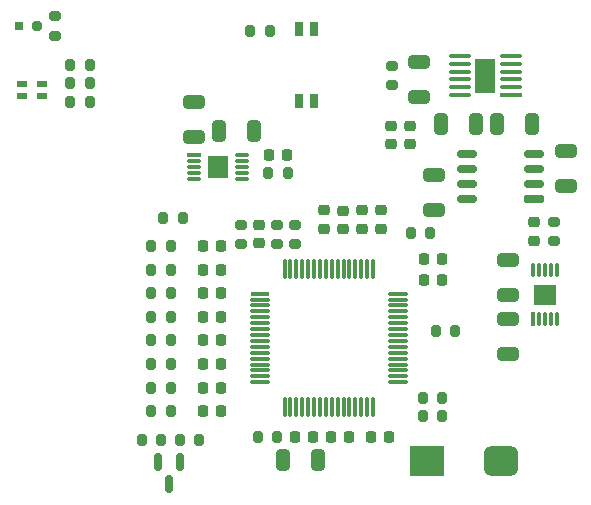
<source format=gbr>
%TF.GenerationSoftware,KiCad,Pcbnew,9.0.6*%
%TF.CreationDate,2025-12-10T21:10:52-05:00*%
%TF.ProjectId,portiloop,706f7274-696c-46f6-9f70-2e6b69636164,2.3*%
%TF.SameCoordinates,Original*%
%TF.FileFunction,Paste,Top*%
%TF.FilePolarity,Positive*%
%FSLAX46Y46*%
G04 Gerber Fmt 4.6, Leading zero omitted, Abs format (unit mm)*
G04 Created by KiCad (PCBNEW 9.0.6) date 2025-12-10 21:10:52*
%MOMM*%
%LPD*%
G01*
G04 APERTURE LIST*
G04 Aperture macros list*
%AMRoundRect*
0 Rectangle with rounded corners*
0 $1 Rounding radius*
0 $2 $3 $4 $5 $6 $7 $8 $9 X,Y pos of 4 corners*
0 Add a 4 corners polygon primitive as box body*
4,1,4,$2,$3,$4,$5,$6,$7,$8,$9,$2,$3,0*
0 Add four circle primitives for the rounded corners*
1,1,$1+$1,$2,$3*
1,1,$1+$1,$4,$5*
1,1,$1+$1,$6,$7*
1,1,$1+$1,$8,$9*
0 Add four rect primitives between the rounded corners*
20,1,$1+$1,$2,$3,$4,$5,0*
20,1,$1+$1,$4,$5,$6,$7,0*
20,1,$1+$1,$6,$7,$8,$9,0*
20,1,$1+$1,$8,$9,$2,$3,0*%
G04 Aperture macros list end*
%ADD10RoundRect,0.200000X0.275000X-0.200000X0.275000X0.200000X-0.275000X0.200000X-0.275000X-0.200000X0*%
%ADD11RoundRect,0.225000X-0.225000X-0.250000X0.225000X-0.250000X0.225000X0.250000X-0.225000X0.250000X0*%
%ADD12RoundRect,0.200000X-0.200000X-0.275000X0.200000X-0.275000X0.200000X0.275000X-0.200000X0.275000X0*%
%ADD13RoundRect,0.225000X0.225000X0.250000X-0.225000X0.250000X-0.225000X-0.250000X0.225000X-0.250000X0*%
%ADD14RoundRect,0.225000X0.250000X-0.225000X0.250000X0.225000X-0.250000X0.225000X-0.250000X-0.225000X0*%
%ADD15R,1.650000X0.300000*%
%ADD16RoundRect,0.049500X0.775500X-0.100500X0.775500X0.100500X-0.775500X0.100500X-0.775500X-0.100500X0*%
%ADD17RoundRect,0.049500X-0.100500X-0.775500X0.100500X-0.775500X0.100500X0.775500X-0.100500X0.775500X0*%
%ADD18RoundRect,0.250000X0.325000X0.650000X-0.325000X0.650000X-0.325000X-0.650000X0.325000X-0.650000X0*%
%ADD19RoundRect,0.225000X-0.250000X0.225000X-0.250000X-0.225000X0.250000X-0.225000X0.250000X0.225000X0*%
%ADD20RoundRect,0.200000X0.200000X0.275000X-0.200000X0.275000X-0.200000X-0.275000X0.200000X-0.275000X0*%
%ADD21RoundRect,0.250000X-0.650000X0.325000X-0.650000X-0.325000X0.650000X-0.325000X0.650000X0.325000X0*%
%ADD22RoundRect,0.250000X0.650000X-0.325000X0.650000X0.325000X-0.650000X0.325000X-0.650000X-0.325000X0*%
%ADD23RoundRect,0.150000X-0.150000X0.587500X-0.150000X-0.587500X0.150000X-0.587500X0.150000X0.587500X0*%
%ADD24RoundRect,0.200000X-0.275000X0.200000X-0.275000X-0.200000X0.275000X-0.200000X0.275000X0.200000X0*%
%ADD25R,0.300000X1.240420*%
%ADD26RoundRect,0.150000X0.000010X-0.470210X0.000010X0.470210X-0.000010X0.470210X-0.000010X-0.470210X0*%
%ADD27R,1.880000X1.680000*%
%ADD28R,0.760000X1.250000*%
%ADD29RoundRect,0.250000X-0.325000X-0.650000X0.325000X-0.650000X0.325000X0.650000X-0.325000X0.650000X0*%
%ADD30R,1.840420X0.420000*%
%ADD31RoundRect,0.210000X0.710210X0.000010X-0.710210X0.000010X-0.710210X-0.000010X0.710210X-0.000010X0*%
%ADD32R,1.753000X2.947000*%
%ADD33R,2.950000X2.550000*%
%ADD34RoundRect,0.637500X0.837500X-0.637500X0.837500X0.637500X-0.837500X0.637500X-0.837500X-0.637500X0*%
%ADD35R,1.240420X0.300000*%
%ADD36RoundRect,0.150000X-0.470210X-0.000010X0.470210X-0.000010X0.470210X0.000010X-0.470210X0.000010X0*%
%ADD37R,1.680000X1.880000*%
%ADD38R,0.800000X0.800000*%
%ADD39RoundRect,0.200000X-0.200000X-0.200000X0.200000X-0.200000X0.200000X0.200000X-0.200000X0.200000X0*%
%ADD40R,0.850000X0.500000*%
%ADD41RoundRect,0.048750X-0.776250X0.276250X-0.776250X-0.276250X0.776250X-0.276250X0.776250X0.276250X0*%
%ADD42RoundRect,0.162500X-0.662500X0.162500X-0.662500X-0.162500X0.662500X-0.162500X0.662500X0.162500X0*%
G04 APERTURE END LIST*
D10*
%TO.C,R21*%
X95419520Y-63662510D03*
X95419520Y-62012510D03*
%TD*%
D11*
%TO.C,C16_Vcap4*%
X99969510Y-80015510D03*
X101519510Y-80015510D03*
%TD*%
D12*
%TO.C,R12*%
X84805520Y-77827510D03*
X86455520Y-77827510D03*
%TD*%
%TO.C,R30*%
X77947520Y-50043510D03*
X79597520Y-50043510D03*
%TD*%
D10*
%TO.C,R1*%
X76619510Y-46025850D03*
X76619510Y-44375850D03*
%TD*%
D13*
%TO.C,C35*%
X109392520Y-64902510D03*
X107842520Y-64902510D03*
%TD*%
D11*
%TO.C,C21*%
X89173520Y-73827510D03*
X90723520Y-73827510D03*
%TD*%
D14*
%TO.C,C6*%
X117219520Y-63391510D03*
X117219520Y-61841510D03*
%TD*%
D12*
%TO.C,R29*%
X77947520Y-51637510D03*
X79597520Y-51637510D03*
%TD*%
D15*
%TO.C,U5*%
X94001510Y-67866510D03*
D16*
X94001510Y-68366510D03*
X94001510Y-68866510D03*
X94001510Y-69366510D03*
X94001510Y-69866510D03*
X94001510Y-70366510D03*
X94001510Y-70866510D03*
X94001510Y-71366510D03*
X94001510Y-71866510D03*
X94001510Y-72366510D03*
X94001510Y-72866510D03*
X94001510Y-73366510D03*
X94001510Y-73866510D03*
X94001510Y-74366510D03*
X94001510Y-74866510D03*
X94001510Y-75366510D03*
D17*
X96076510Y-77441510D03*
X96576510Y-77441510D03*
X97076510Y-77441510D03*
X97576510Y-77441510D03*
X98076510Y-77441510D03*
X98576510Y-77441510D03*
X99076510Y-77441510D03*
X99576510Y-77441510D03*
X100076510Y-77441510D03*
X100576510Y-77441510D03*
X101076510Y-77441510D03*
X101576510Y-77441510D03*
X102076510Y-77441510D03*
X102576510Y-77441510D03*
X103076510Y-77441510D03*
X103576510Y-77441510D03*
D16*
X105651510Y-75366510D03*
X105651510Y-74866510D03*
X105651510Y-74366510D03*
X105651510Y-73866510D03*
X105651510Y-73366510D03*
X105651510Y-72866510D03*
X105651510Y-72366510D03*
X105651510Y-71866510D03*
X105651510Y-71366510D03*
X105651510Y-70866510D03*
X105651510Y-70366510D03*
X105651510Y-69866510D03*
X105651510Y-69366510D03*
X105651510Y-68866510D03*
X105651510Y-68366510D03*
X105651510Y-67866510D03*
D17*
X103576510Y-65791510D03*
X103076510Y-65791510D03*
X102576510Y-65791510D03*
X102076510Y-65791510D03*
X101576510Y-65791510D03*
X101076510Y-65791510D03*
X100576510Y-65791510D03*
X100076510Y-65791510D03*
X99576510Y-65791510D03*
X99076510Y-65791510D03*
X98576510Y-65791510D03*
X98076510Y-65791510D03*
X97576510Y-65791510D03*
X97076510Y-65791510D03*
X96576510Y-65791510D03*
X96076510Y-65791510D03*
%TD*%
D12*
%TO.C,R19*%
X84805520Y-63827510D03*
X86455520Y-63827510D03*
%TD*%
%TO.C,R33*%
X85821520Y-61473510D03*
X87471520Y-61473510D03*
%TD*%
D18*
%TO.C,C10*%
X112250670Y-53528510D03*
X109300670Y-53528510D03*
%TD*%
D13*
%TO.C,C17*%
X98470520Y-80015510D03*
X96920520Y-80015510D03*
%TD*%
%TO.C,C34*%
X109392520Y-66680510D03*
X107842520Y-66680510D03*
%TD*%
D12*
%TO.C,R14*%
X84805520Y-73827510D03*
X86455520Y-73827510D03*
%TD*%
D10*
%TO.C,R3*%
X118904520Y-63441510D03*
X118904520Y-61791510D03*
%TD*%
D19*
%TO.C,C27*%
X93919520Y-62062510D03*
X93919520Y-63612510D03*
%TD*%
D20*
%TO.C,R9*%
X109444510Y-78237510D03*
X107794510Y-78237510D03*
%TD*%
D21*
%TO.C,C1*%
X88419510Y-51616510D03*
X88419510Y-54566510D03*
%TD*%
D20*
%TO.C,R6*%
X88876520Y-80229010D03*
X87226520Y-80229010D03*
%TD*%
D22*
%TO.C,C5*%
X114967520Y-67948510D03*
X114967520Y-64998510D03*
%TD*%
D12*
%TO.C,R27*%
X93187520Y-45598510D03*
X94837520Y-45598510D03*
%TD*%
D23*
%TO.C,Q1*%
X87251520Y-82129010D03*
X85351520Y-82129010D03*
X86301520Y-84004010D03*
%TD*%
D24*
%TO.C,R4*%
X105188520Y-48583510D03*
X105188520Y-50233510D03*
%TD*%
D22*
%TO.C,C8*%
X108744520Y-60789510D03*
X108744520Y-57839510D03*
%TD*%
D12*
%TO.C,R2*%
X94711520Y-57663510D03*
X96361520Y-57663510D03*
%TD*%
%TO.C,R18*%
X84805520Y-65827510D03*
X86455520Y-65827510D03*
%TD*%
D25*
%TO.C,U2*%
X117119520Y-70010360D03*
D26*
X117619520Y-70010360D03*
X118119520Y-70010360D03*
X118619520Y-70010360D03*
X119119520Y-70010360D03*
X119119520Y-65890660D03*
X118619520Y-65890660D03*
X118119520Y-65890660D03*
X117619520Y-65890660D03*
X117119520Y-65890660D03*
D27*
X118119520Y-67950510D03*
%TD*%
D22*
%TO.C,C4*%
X114967520Y-72981510D03*
X114967520Y-70031510D03*
%TD*%
D11*
%TO.C,C26*%
X89173520Y-63827510D03*
X90723520Y-63827510D03*
%TD*%
D24*
%TO.C,R20*%
X92361520Y-62012510D03*
X92361520Y-63662510D03*
%TD*%
D11*
%TO.C,C22*%
X89173520Y-71827510D03*
X90723520Y-71827510D03*
%TD*%
D28*
%TO.C,SW1*%
X97314520Y-51594510D03*
X98584520Y-51594510D03*
X98584520Y-45444510D03*
X97314520Y-45444510D03*
%TD*%
D19*
%TO.C,C31*%
X99419510Y-60825850D03*
X99419510Y-62375850D03*
%TD*%
D12*
%TO.C,R8*%
X108876520Y-71066510D03*
X110526520Y-71066510D03*
%TD*%
D29*
%TO.C,C2*%
X90505520Y-54137510D03*
X93455520Y-54137510D03*
%TD*%
D20*
%TO.C,R22*%
X108419510Y-62700850D03*
X106769510Y-62700850D03*
%TD*%
D21*
%TO.C,C7*%
X119920520Y-55807510D03*
X119920520Y-58757510D03*
%TD*%
D13*
%TO.C,C14_Vcap2*%
X104947520Y-80015510D03*
X103397520Y-80015510D03*
%TD*%
D29*
%TO.C,C18*%
X95966520Y-81920510D03*
X98916520Y-81920510D03*
%TD*%
D30*
%TO.C,U4*%
X115222370Y-51033510D03*
D31*
X115222370Y-50383510D03*
X115222370Y-49733510D03*
X115222370Y-49083510D03*
X115222370Y-48433510D03*
X115222370Y-47783510D03*
X110902670Y-47783510D03*
X110902670Y-48433510D03*
X110902670Y-49083510D03*
X110902670Y-49733510D03*
X110902670Y-50383510D03*
X110902670Y-51033510D03*
D32*
X113062520Y-49408510D03*
%TD*%
D11*
%TO.C,C20*%
X89173520Y-75827510D03*
X90723520Y-75827510D03*
%TD*%
%TO.C,C23*%
X89173520Y-69827510D03*
X90723520Y-69827510D03*
%TD*%
D29*
%TO.C,C9*%
X114069510Y-53528510D03*
X117019510Y-53528510D03*
%TD*%
D33*
%TO.C,C15_Vcap1*%
X108159520Y-82037510D03*
D34*
X114409520Y-82037510D03*
%TD*%
D12*
%TO.C,R16*%
X84805520Y-69827510D03*
X86455520Y-69827510D03*
%TD*%
D35*
%TO.C,U1*%
X88396670Y-56155510D03*
D36*
X88396670Y-56655510D03*
X88396670Y-57155510D03*
X88396670Y-57655510D03*
X88396670Y-58155510D03*
X92516370Y-58155510D03*
X92516370Y-57655510D03*
X92516370Y-57155510D03*
X92516370Y-56655510D03*
X92516370Y-56155510D03*
D37*
X90456520Y-57155510D03*
%TD*%
D12*
%TO.C,R31*%
X77947520Y-48537510D03*
X79597520Y-48537510D03*
%TD*%
D22*
%TO.C,C11*%
X107474520Y-51184510D03*
X107474520Y-48234510D03*
%TD*%
D10*
%TO.C,R32*%
X96933520Y-63662510D03*
X96933520Y-62012510D03*
%TD*%
D19*
%TO.C,C32*%
X105119520Y-53667580D03*
X105119520Y-55217580D03*
%TD*%
D11*
%TO.C,C19*%
X89173520Y-77827510D03*
X90723520Y-77827510D03*
%TD*%
D20*
%TO.C,R10*%
X109444510Y-76713510D03*
X107794510Y-76713510D03*
%TD*%
D13*
%TO.C,C3*%
X96311520Y-56139510D03*
X94761520Y-56139510D03*
%TD*%
D38*
%TO.C,D1*%
X73577520Y-45217510D03*
D39*
X75077520Y-45217510D03*
%TD*%
D12*
%TO.C,R17*%
X84805520Y-67827510D03*
X86455520Y-67827510D03*
%TD*%
D20*
%TO.C,R5*%
X85651520Y-80229010D03*
X84001520Y-80229010D03*
%TD*%
D12*
%TO.C,R15*%
X84805520Y-71827510D03*
X86455520Y-71827510D03*
%TD*%
D19*
%TO.C,C28*%
X102648520Y-60825510D03*
X102648520Y-62375510D03*
%TD*%
D11*
%TO.C,C25*%
X89173520Y-65827510D03*
X90723520Y-65827510D03*
%TD*%
D12*
%TO.C,R13*%
X84805520Y-75827510D03*
X86455520Y-75827510D03*
%TD*%
D19*
%TO.C,C33*%
X106712510Y-53648510D03*
X106712510Y-55198510D03*
%TD*%
D40*
%TO.C,D2*%
X73819520Y-50137510D03*
X75569520Y-50137510D03*
X75569520Y-51137510D03*
X73819520Y-51137510D03*
%TD*%
D19*
%TO.C,C29*%
X104219520Y-60825510D03*
X104219520Y-62375510D03*
%TD*%
D11*
%TO.C,C24*%
X89173520Y-67827510D03*
X90723520Y-67827510D03*
%TD*%
D41*
%TO.C,U3*%
X117157520Y-59822510D03*
D42*
X117157520Y-58552510D03*
X117157520Y-57282510D03*
X117157520Y-56012510D03*
X111507520Y-56012510D03*
X111507520Y-57282510D03*
X111507520Y-58552510D03*
X111507520Y-59822510D03*
%TD*%
D19*
%TO.C,C30*%
X101019510Y-60835400D03*
X101019510Y-62385400D03*
%TD*%
D12*
%TO.C,R23*%
X93822520Y-80015510D03*
X95472520Y-80015510D03*
%TD*%
M02*

</source>
